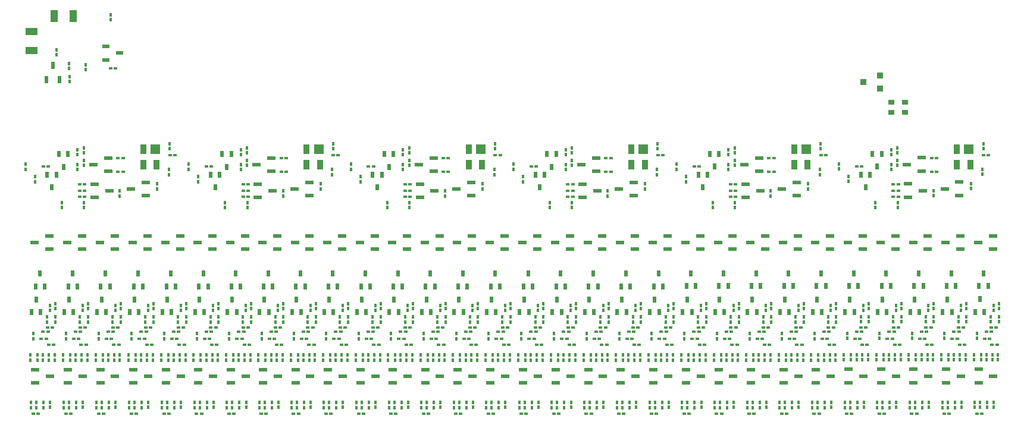
<source format=gtp>
%FSLAX24Y24*%
%MOIN*%
G70*
G01*
G75*
G04 Layer_Color=8421504*
%ADD10R,0.0669X0.0433*%
%ADD11R,0.0433X0.0669*%
%ADD12R,0.0354X0.0276*%
%ADD13R,0.0118X0.0197*%
%ADD14R,0.0394X0.0236*%
%ADD15R,0.0197X0.0118*%
%ADD16R,0.0197X0.0354*%
%ADD17R,0.0512X0.0236*%
%ADD18R,0.0354X0.0532*%
%ADD19R,0.0532X0.0532*%
%ADD20R,0.0236X0.0394*%
%ADD21R,0.0374X0.0354*%
%ADD22R,0.0374X0.0354*%
%ADD23C,0.0070*%
%ADD24C,0.0050*%
%ADD25C,0.0051*%
%ADD26C,0.0620*%
%ADD27R,0.0620X0.0620*%
%ADD28C,0.0400*%
%ADD29C,0.1811*%
%ADD30C,0.0500*%
%ADD31C,0.0400*%
%ADD32C,0.0794*%
G04:AMPARAMS|DCode=33|XSize=99.37mil|YSize=99.37mil|CornerRadius=0mil|HoleSize=0mil|Usage=FLASHONLY|Rotation=0.000|XOffset=0mil|YOffset=0mil|HoleType=Round|Shape=Relief|Width=10mil|Gap=10mil|Entries=4|*
%AMTHD33*
7,0,0,0.0994,0.0794,0.0100,45*
%
%ADD33THD33*%
%ADD34C,0.0597*%
%ADD35C,0.1502*%
G04:AMPARAMS|DCode=36|XSize=88mil|YSize=88mil|CornerRadius=0mil|HoleSize=0mil|Usage=FLASHONLY|Rotation=0.000|XOffset=0mil|YOffset=0mil|HoleType=Round|Shape=Relief|Width=10mil|Gap=10mil|Entries=4|*
%AMTHD36*
7,0,0,0.0880,0.0680,0.0100,45*
%
%ADD36THD36*%
%ADD37C,0.0680*%
%ADD38C,0.0150*%
%ADD39C,0.0098*%
%ADD40C,0.0100*%
%ADD41C,0.0079*%
%ADD42C,0.0080*%
%ADD43C,0.0059*%
D10*
X13000Y34132D02*
D03*
Y33068D02*
D03*
D11*
X15331Y35000D02*
D03*
X14268D02*
D03*
D12*
X61910Y30175D02*
D03*
Y29585D02*
D03*
X61160Y29585D02*
D03*
Y30175D02*
D03*
D13*
X58230Y26693D02*
D03*
X49120Y26689D02*
D03*
X39990Y26688D02*
D03*
X30880D02*
D03*
X21800D02*
D03*
X12650D02*
D03*
X15140Y31608D02*
D03*
Y31332D02*
D03*
X16040Y31982D02*
D03*
Y32258D02*
D03*
X17440Y34782D02*
D03*
Y35058D02*
D03*
X57200Y27563D02*
D03*
Y27839D02*
D03*
X48070Y27562D02*
D03*
Y27838D02*
D03*
X38960Y27562D02*
D03*
Y27838D02*
D03*
X33800Y27232D02*
D03*
X29880Y27562D02*
D03*
Y27838D02*
D03*
X15570Y27232D02*
D03*
X24720D02*
D03*
X42910D02*
D03*
X20730Y27562D02*
D03*
Y27838D02*
D03*
X52040Y27233D02*
D03*
X62540Y15991D02*
D03*
Y15716D02*
D03*
X54400Y24913D02*
D03*
X63510Y24918D02*
D03*
X58900Y15991D02*
D03*
Y15716D02*
D03*
X46130Y15986D02*
D03*
Y15710D02*
D03*
X57070Y15987D02*
D03*
Y15711D02*
D03*
X51610Y15987D02*
D03*
Y15711D02*
D03*
X42840Y13040D02*
D03*
Y13316D02*
D03*
X53430Y15987D02*
D03*
Y15711D02*
D03*
X13180Y25712D02*
D03*
X44310Y15986D02*
D03*
Y15710D02*
D03*
X52040Y26383D02*
D03*
Y26659D02*
D03*
X60720Y15991D02*
D03*
Y15716D02*
D03*
X49790Y15987D02*
D03*
Y15711D02*
D03*
X33360Y15986D02*
D03*
Y15710D02*
D03*
X18820Y15986D02*
D03*
Y15710D02*
D03*
X44660Y13040D02*
D03*
Y13316D02*
D03*
X29720Y15986D02*
D03*
Y15710D02*
D03*
X40660Y15986D02*
D03*
Y15710D02*
D03*
X67180Y18868D02*
D03*
Y18592D02*
D03*
X35820Y15710D02*
D03*
Y15986D02*
D03*
X16980D02*
D03*
Y15710D02*
D03*
X22470Y15986D02*
D03*
Y15710D02*
D03*
X26100Y15986D02*
D03*
Y15710D02*
D03*
X15150Y15986D02*
D03*
Y15710D02*
D03*
X20650Y15986D02*
D03*
Y15710D02*
D03*
X15100Y13040D02*
D03*
Y13316D02*
D03*
X13320Y15986D02*
D03*
Y15710D02*
D03*
X32190D02*
D03*
Y15986D02*
D03*
X44950Y15710D02*
D03*
Y15986D02*
D03*
X15920Y27332D02*
D03*
X66900Y13342D02*
D03*
Y13067D02*
D03*
X63260Y13338D02*
D03*
Y13062D02*
D03*
X38820Y15986D02*
D03*
Y15710D02*
D03*
X55250Y15987D02*
D03*
Y15711D02*
D03*
X27910Y15986D02*
D03*
Y15710D02*
D03*
X45270D02*
D03*
Y15986D02*
D03*
X52570Y15711D02*
D03*
Y15987D02*
D03*
X26450Y13040D02*
D03*
Y13316D02*
D03*
X28260Y13040D02*
D03*
Y13316D02*
D03*
X59250Y13046D02*
D03*
Y13321D02*
D03*
X25250Y15710D02*
D03*
Y15986D02*
D03*
X43960Y13040D02*
D03*
Y13316D02*
D03*
X14800Y13040D02*
D03*
Y13316D02*
D03*
X12970Y13040D02*
D03*
Y13316D02*
D03*
X61070Y13046D02*
D03*
Y13321D02*
D03*
X64710Y13046D02*
D03*
Y13321D02*
D03*
X19780Y15710D02*
D03*
Y15986D02*
D03*
X16580Y15710D02*
D03*
Y15986D02*
D03*
X36140Y15710D02*
D03*
Y15986D02*
D03*
X64010Y13046D02*
D03*
Y13321D02*
D03*
X15570Y26382D02*
D03*
Y26658D02*
D03*
X33800Y26382D02*
D03*
Y26658D02*
D03*
X27510Y15710D02*
D03*
Y15986D02*
D03*
X24720Y26382D02*
D03*
Y26658D02*
D03*
X42910Y26382D02*
D03*
Y26658D02*
D03*
X24290Y15986D02*
D03*
Y15710D02*
D03*
X48600D02*
D03*
Y15986D02*
D03*
X46770Y15710D02*
D03*
Y15986D02*
D03*
X52250Y15711D02*
D03*
Y15987D02*
D03*
X61510Y24268D02*
D03*
Y24543D02*
D03*
X20030Y25312D02*
D03*
Y25588D02*
D03*
X48020Y26388D02*
D03*
X29180Y25312D02*
D03*
Y25588D02*
D03*
X38910Y26388D02*
D03*
X38260Y25312D02*
D03*
Y25588D02*
D03*
X47370Y25312D02*
D03*
Y25588D02*
D03*
X65610Y25318D02*
D03*
Y25594D02*
D03*
X12650Y26412D02*
D03*
X56500Y25313D02*
D03*
Y25589D02*
D03*
X21800Y26412D02*
D03*
X57150Y26389D02*
D03*
X39990Y26412D02*
D03*
X66260Y26393D02*
D03*
X30880Y26412D02*
D03*
X49120Y26413D02*
D03*
X17930Y24912D02*
D03*
X27080D02*
D03*
X36160D02*
D03*
X45270D02*
D03*
X48920Y15710D02*
D03*
Y15986D02*
D03*
X33670Y15710D02*
D03*
Y15986D02*
D03*
X50750Y15711D02*
D03*
Y15987D02*
D03*
X59210Y15716D02*
D03*
Y15991D02*
D03*
X25290Y18118D02*
D03*
X41620Y15710D02*
D03*
Y15986D02*
D03*
X14320Y18118D02*
D03*
X32250Y18768D02*
D03*
X28610D02*
D03*
X26800D02*
D03*
X35880D02*
D03*
X61360Y15716D02*
D03*
Y15991D02*
D03*
X47130Y18118D02*
D03*
X37700Y18768D02*
D03*
X63180Y15716D02*
D03*
Y15991D02*
D03*
X41360Y18768D02*
D03*
X55560Y15711D02*
D03*
Y15987D02*
D03*
X57380Y15711D02*
D03*
Y15987D02*
D03*
X35490Y15710D02*
D03*
Y15986D02*
D03*
X65000Y15716D02*
D03*
Y15991D02*
D03*
X61720Y18864D02*
D03*
Y18588D02*
D03*
X45310Y18118D02*
D03*
X41660D02*
D03*
X39820D02*
D03*
X43490D02*
D03*
X38000D02*
D03*
X36180D02*
D03*
X34360D02*
D03*
X32550D02*
D03*
X28910D02*
D03*
X30720D02*
D03*
X55600Y13041D02*
D03*
Y13317D02*
D03*
X13960Y15710D02*
D03*
Y15986D02*
D03*
X62140Y15716D02*
D03*
Y15991D02*
D03*
X50430Y15711D02*
D03*
Y15987D02*
D03*
X14750Y15710D02*
D03*
Y15986D02*
D03*
X29320Y15710D02*
D03*
Y15986D02*
D03*
X39170Y13040D02*
D03*
Y13316D02*
D03*
X29670Y13040D02*
D03*
Y13316D02*
D03*
X60670Y13046D02*
D03*
Y13321D02*
D03*
X25880Y16912D02*
D03*
Y17188D02*
D03*
X37350Y13040D02*
D03*
Y13316D02*
D03*
X23110Y15710D02*
D03*
Y15986D02*
D03*
X22070Y15710D02*
D03*
Y15986D02*
D03*
X25700Y15710D02*
D03*
Y15986D02*
D03*
X51390Y16913D02*
D03*
Y17189D02*
D03*
X48310Y13040D02*
D03*
Y13316D02*
D03*
X66530Y13050D02*
D03*
Y13326D02*
D03*
X13100Y16912D02*
D03*
Y17188D02*
D03*
X55030Y16913D02*
D03*
Y17189D02*
D03*
X47130Y18858D02*
D03*
Y18582D02*
D03*
X62490Y13046D02*
D03*
Y13321D02*
D03*
X35130Y13040D02*
D03*
Y13316D02*
D03*
X32960Y15710D02*
D03*
Y15986D02*
D03*
X16630Y13040D02*
D03*
Y13316D02*
D03*
X15930Y24262D02*
D03*
Y24538D02*
D03*
X18770Y13040D02*
D03*
Y13316D02*
D03*
X16760Y16912D02*
D03*
Y17188D02*
D03*
X22250Y16912D02*
D03*
Y17188D02*
D03*
X18600Y16912D02*
D03*
Y17188D02*
D03*
X20430Y16912D02*
D03*
Y17188D02*
D03*
X16930Y13040D02*
D03*
Y13316D02*
D03*
X24070Y16912D02*
D03*
Y17188D02*
D03*
X29500Y16912D02*
D03*
Y17188D02*
D03*
X27690Y16912D02*
D03*
Y17188D02*
D03*
X34960Y16912D02*
D03*
Y17188D02*
D03*
X20250Y15710D02*
D03*
Y15986D02*
D03*
X31550D02*
D03*
Y15710D02*
D03*
X62890Y13046D02*
D03*
Y13321D02*
D03*
X41660Y18858D02*
D03*
Y18582D02*
D03*
X63960Y15716D02*
D03*
Y15991D02*
D03*
X21290Y15710D02*
D03*
Y15986D02*
D03*
X24240Y13040D02*
D03*
Y13316D02*
D03*
X22420Y13040D02*
D03*
Y13316D02*
D03*
X20600Y13040D02*
D03*
Y13316D02*
D03*
X31150Y15710D02*
D03*
Y15986D02*
D03*
X58850Y13046D02*
D03*
Y13321D02*
D03*
X54850Y15711D02*
D03*
Y15987D02*
D03*
X38600Y16912D02*
D03*
Y17188D02*
D03*
X17620Y15710D02*
D03*
Y15986D02*
D03*
X14930Y16912D02*
D03*
Y17188D02*
D03*
X59900Y18864D02*
D03*
Y18588D02*
D03*
X65360Y18864D02*
D03*
Y18588D02*
D03*
X43490Y18858D02*
D03*
Y18582D02*
D03*
X45310Y18858D02*
D03*
Y18582D02*
D03*
X48960Y18858D02*
D03*
Y18582D02*
D03*
X50790Y18859D02*
D03*
Y18583D02*
D03*
X56250Y18859D02*
D03*
Y18583D02*
D03*
X52610Y18859D02*
D03*
Y18583D02*
D03*
X54430Y18859D02*
D03*
Y18583D02*
D03*
X58070Y18859D02*
D03*
Y18583D02*
D03*
X31500Y13040D02*
D03*
Y13316D02*
D03*
X13270Y13040D02*
D03*
Y13316D02*
D03*
X49390Y15711D02*
D03*
Y15987D02*
D03*
X26740Y15710D02*
D03*
Y15986D02*
D03*
X36780Y16912D02*
D03*
Y17188D02*
D03*
X28550Y15710D02*
D03*
Y15986D02*
D03*
X42440Y13040D02*
D03*
Y13316D02*
D03*
X34780Y15710D02*
D03*
Y15986D02*
D03*
X38770Y13040D02*
D03*
Y13316D02*
D03*
X44260Y13040D02*
D03*
Y13316D02*
D03*
X49740Y13041D02*
D03*
Y13317D02*
D03*
X46080Y13040D02*
D03*
Y13316D02*
D03*
X47910Y13040D02*
D03*
Y13316D02*
D03*
X51560Y13041D02*
D03*
Y13317D02*
D03*
X57020Y13041D02*
D03*
Y13317D02*
D03*
X53380Y13041D02*
D03*
Y13317D02*
D03*
X55200Y13041D02*
D03*
Y13317D02*
D03*
X64310Y13046D02*
D03*
Y13321D02*
D03*
X33310Y13040D02*
D03*
Y13316D02*
D03*
X36600Y15710D02*
D03*
Y15986D02*
D03*
X40610Y13040D02*
D03*
Y13316D02*
D03*
X66130Y13050D02*
D03*
Y13326D02*
D03*
X38420Y15710D02*
D03*
Y15986D02*
D03*
X40260Y15710D02*
D03*
Y15986D02*
D03*
X42090Y15710D02*
D03*
Y15986D02*
D03*
X41300Y15710D02*
D03*
Y15986D02*
D03*
X43910Y15710D02*
D03*
Y15986D02*
D03*
X43130Y15710D02*
D03*
Y15986D02*
D03*
X45730Y15710D02*
D03*
Y15986D02*
D03*
X46480Y13040D02*
D03*
Y13316D02*
D03*
X51210Y15711D02*
D03*
Y15987D02*
D03*
X15790Y15710D02*
D03*
Y15986D02*
D03*
X53210Y16913D02*
D03*
Y17189D02*
D03*
X40440Y16912D02*
D03*
Y17188D02*
D03*
X37640Y15710D02*
D03*
Y15986D02*
D03*
X18420Y15710D02*
D03*
Y15986D02*
D03*
X42270Y16912D02*
D03*
Y17188D02*
D03*
X44090Y16912D02*
D03*
Y17188D02*
D03*
X49570Y16913D02*
D03*
Y17189D02*
D03*
X36950Y13040D02*
D03*
Y13316D02*
D03*
X45910Y16912D02*
D03*
Y17188D02*
D03*
X47740Y16912D02*
D03*
Y17188D02*
D03*
X39460Y15710D02*
D03*
Y15986D02*
D03*
X53030Y15711D02*
D03*
Y15987D02*
D03*
X19460Y15710D02*
D03*
Y15986D02*
D03*
X24930Y15710D02*
D03*
Y15986D02*
D03*
X31900Y13040D02*
D03*
Y13316D02*
D03*
X35530Y13040D02*
D03*
Y13316D02*
D03*
X52330Y13333D02*
D03*
Y13058D02*
D03*
X33710Y13040D02*
D03*
Y13316D02*
D03*
X30070Y13040D02*
D03*
Y13316D02*
D03*
X41010Y13040D02*
D03*
Y13316D02*
D03*
X57790Y13333D02*
D03*
Y13058D02*
D03*
X59620Y13338D02*
D03*
Y13062D02*
D03*
X61440Y13338D02*
D03*
Y13062D02*
D03*
X55970Y13333D02*
D03*
Y13058D02*
D03*
X23470Y18118D02*
D03*
X23430Y15710D02*
D03*
Y15986D02*
D03*
X57420Y13041D02*
D03*
Y13317D02*
D03*
X39130Y15710D02*
D03*
Y15986D02*
D03*
X58760Y25718D02*
D03*
X21000Y13040D02*
D03*
Y13316D02*
D03*
X54130Y18769D02*
D03*
X15500Y13040D02*
D03*
Y13316D02*
D03*
X15460Y15710D02*
D03*
Y15986D02*
D03*
X16110Y15710D02*
D03*
Y15986D02*
D03*
X33910Y17842D02*
D03*
Y18118D02*
D03*
X30030Y15710D02*
D03*
Y15986D02*
D03*
X19170Y13040D02*
D03*
Y13316D02*
D03*
X18470Y13040D02*
D03*
Y13316D02*
D03*
X28870Y15710D02*
D03*
Y15986D02*
D03*
X51960Y13041D02*
D03*
Y13317D02*
D03*
X53780Y13041D02*
D03*
Y13317D02*
D03*
X17330Y13040D02*
D03*
Y13316D02*
D03*
X43260Y27332D02*
D03*
X62320Y16918D02*
D03*
Y17193D02*
D03*
X53740Y15711D02*
D03*
Y15987D02*
D03*
X19520Y18768D02*
D03*
X25290Y18858D02*
D03*
Y18582D02*
D03*
X32510Y15710D02*
D03*
Y15986D02*
D03*
X37000D02*
D03*
Y15710D02*
D03*
X20300Y13040D02*
D03*
Y13316D02*
D03*
X34150Y26632D02*
D03*
Y26908D02*
D03*
X52390Y26633D02*
D03*
Y26909D02*
D03*
X16150Y18858D02*
D03*
Y18582D02*
D03*
X19820Y18858D02*
D03*
Y18582D02*
D03*
X50140Y13041D02*
D03*
Y13317D02*
D03*
X55950Y18769D02*
D03*
X27100Y18858D02*
D03*
Y18582D02*
D03*
X51150Y24539D02*
D03*
Y24263D02*
D03*
X50790Y18119D02*
D03*
X65960Y16922D02*
D03*
Y17198D02*
D03*
X47090Y15710D02*
D03*
Y15986D02*
D03*
X14320Y18858D02*
D03*
Y18582D02*
D03*
X65320Y15716D02*
D03*
Y15991D02*
D03*
X23470Y18858D02*
D03*
Y18582D02*
D03*
X17680Y18768D02*
D03*
X34360Y18858D02*
D03*
Y18582D02*
D03*
X32550Y18858D02*
D03*
Y18582D02*
D03*
X17980Y18118D02*
D03*
X19820D02*
D03*
X57770Y18769D02*
D03*
X59600Y18773D02*
D03*
X65060D02*
D03*
X61420D02*
D03*
X63240D02*
D03*
X66880Y18778D02*
D03*
X14680Y24538D02*
D03*
Y24262D02*
D03*
X42800Y15710D02*
D03*
Y15986D02*
D03*
X23830Y24538D02*
D03*
Y24262D02*
D03*
X32910Y24538D02*
D03*
Y24262D02*
D03*
X37960Y15710D02*
D03*
Y15986D02*
D03*
X36180Y18858D02*
D03*
Y18582D02*
D03*
X63540Y18864D02*
D03*
Y18588D02*
D03*
X55890Y15711D02*
D03*
Y15987D02*
D03*
X59540Y15716D02*
D03*
Y15991D02*
D03*
X34000Y15710D02*
D03*
Y15986D02*
D03*
X14040Y13332D02*
D03*
Y13056D02*
D03*
X14280Y15710D02*
D03*
Y15986D02*
D03*
X27060Y15710D02*
D03*
Y15986D02*
D03*
X65830Y13050D02*
D03*
Y13326D02*
D03*
X38470Y13040D02*
D03*
Y13316D02*
D03*
X42140Y13040D02*
D03*
Y13316D02*
D03*
X40310Y13040D02*
D03*
Y13316D02*
D03*
X36650Y13040D02*
D03*
Y13316D02*
D03*
X31200Y13040D02*
D03*
Y13316D02*
D03*
X34830Y13040D02*
D03*
Y13316D02*
D03*
X33010Y13040D02*
D03*
Y13316D02*
D03*
X29370Y13040D02*
D03*
Y13316D02*
D03*
X23940Y13040D02*
D03*
Y13316D02*
D03*
X27560Y13040D02*
D03*
Y13316D02*
D03*
X25750Y13040D02*
D03*
Y13316D02*
D03*
X13670Y13040D02*
D03*
Y13316D02*
D03*
X17940Y15710D02*
D03*
Y15986D02*
D03*
X22120Y13040D02*
D03*
Y13316D02*
D03*
X65080Y13338D02*
D03*
Y13062D02*
D03*
X34320Y15710D02*
D03*
Y15986D02*
D03*
X19370Y17842D02*
D03*
Y18118D02*
D03*
X32100Y17842D02*
D03*
Y18118D02*
D03*
X35730Y17842D02*
D03*
Y18118D02*
D03*
X30270Y17842D02*
D03*
Y18118D02*
D03*
X17530Y17842D02*
D03*
Y18118D02*
D03*
X21200Y17842D02*
D03*
Y18118D02*
D03*
X66490Y15720D02*
D03*
Y15996D02*
D03*
X17980Y18858D02*
D03*
Y18582D02*
D03*
X66820Y15720D02*
D03*
Y15996D02*
D03*
X37550Y17842D02*
D03*
Y18118D02*
D03*
X44860Y17842D02*
D03*
Y18118D02*
D03*
X15700Y17842D02*
D03*
Y18118D02*
D03*
X31860Y15710D02*
D03*
Y15986D02*
D03*
X61030Y15716D02*
D03*
Y15991D02*
D03*
X40970Y15710D02*
D03*
Y15986D02*
D03*
X21650Y18118D02*
D03*
X23170Y18768D02*
D03*
X37310Y15710D02*
D03*
Y15986D02*
D03*
X54070Y15711D02*
D03*
Y15987D02*
D03*
X27100Y18118D02*
D03*
X57710Y15711D02*
D03*
Y15987D02*
D03*
X22330Y25712D02*
D03*
X61500Y27338D02*
D03*
X52390Y27333D02*
D03*
X63500Y15716D02*
D03*
Y15991D02*
D03*
X42490Y15986D02*
D03*
Y15710D02*
D03*
X21650Y18858D02*
D03*
Y18582D02*
D03*
X15850Y18768D02*
D03*
X61500Y26638D02*
D03*
Y26913D02*
D03*
X32270Y13332D02*
D03*
Y13056D02*
D03*
X28630Y13332D02*
D03*
Y13056D02*
D03*
X26820Y13332D02*
D03*
Y13056D02*
D03*
X30440Y13332D02*
D03*
Y13056D02*
D03*
X23190Y13332D02*
D03*
Y13056D02*
D03*
X25010Y13332D02*
D03*
Y13056D02*
D03*
X19540Y13332D02*
D03*
Y13056D02*
D03*
X21370Y13332D02*
D03*
Y13056D02*
D03*
X17700Y13332D02*
D03*
Y13056D02*
D03*
X15870Y13332D02*
D03*
Y13056D02*
D03*
X30360Y15710D02*
D03*
Y15986D02*
D03*
X39820Y18858D02*
D03*
Y18582D02*
D03*
X64910Y17848D02*
D03*
Y18124D02*
D03*
X48660Y18768D02*
D03*
X43450Y15710D02*
D03*
Y15986D02*
D03*
X63090Y17848D02*
D03*
Y18124D02*
D03*
X66730Y17852D02*
D03*
Y18128D02*
D03*
X59450Y17848D02*
D03*
Y18124D02*
D03*
X61270Y17848D02*
D03*
Y18124D02*
D03*
X57620Y17843D02*
D03*
Y18119D02*
D03*
X42020Y24538D02*
D03*
Y24262D02*
D03*
X60260Y24543D02*
D03*
Y24268D02*
D03*
X20680Y26388D02*
D03*
X43260Y26632D02*
D03*
Y26908D02*
D03*
X29830Y26388D02*
D03*
X25070Y26632D02*
D03*
Y26908D02*
D03*
X45010Y18768D02*
D03*
X46830D02*
D03*
X55800Y17843D02*
D03*
Y18119D02*
D03*
X53980Y17843D02*
D03*
Y18119D02*
D03*
X50340Y17843D02*
D03*
Y18119D02*
D03*
X46680Y17842D02*
D03*
Y18118D02*
D03*
X48510Y17842D02*
D03*
Y18118D02*
D03*
X52160Y17843D02*
D03*
Y18119D02*
D03*
X39370Y17842D02*
D03*
Y18118D02*
D03*
X41210Y17842D02*
D03*
Y18118D02*
D03*
X43040Y17842D02*
D03*
Y18118D02*
D03*
X13870Y17842D02*
D03*
Y18118D02*
D03*
X64670Y15716D02*
D03*
Y15991D02*
D03*
X62850Y15716D02*
D03*
Y15991D02*
D03*
X31330Y16912D02*
D03*
Y17188D02*
D03*
X58680Y16918D02*
D03*
Y17193D02*
D03*
X60500Y16918D02*
D03*
Y17193D02*
D03*
X34150Y27332D02*
D03*
X49650Y25713D02*
D03*
X52610Y18119D02*
D03*
X58070D02*
D03*
X54430D02*
D03*
X56250D02*
D03*
X59900Y18124D02*
D03*
X65360D02*
D03*
X61720D02*
D03*
X63540D02*
D03*
X67180Y18128D02*
D03*
X16150Y18118D02*
D03*
X14020Y18768D02*
D03*
X21350D02*
D03*
X15920Y26632D02*
D03*
Y26908D02*
D03*
X24990Y18768D02*
D03*
X28910Y18858D02*
D03*
Y18582D02*
D03*
X30720Y18858D02*
D03*
Y18582D02*
D03*
X30420Y18768D02*
D03*
X34060D02*
D03*
X50490Y18769D02*
D03*
X51920Y15711D02*
D03*
Y15987D02*
D03*
X67140Y15720D02*
D03*
Y15996D02*
D03*
X44620Y15710D02*
D03*
Y15986D02*
D03*
X48270Y15710D02*
D03*
Y15986D02*
D03*
X58030Y15711D02*
D03*
Y15987D02*
D03*
X26650Y17842D02*
D03*
Y18118D02*
D03*
X46440Y15710D02*
D03*
Y15986D02*
D03*
X54150Y13333D02*
D03*
Y13058D02*
D03*
X50510Y13333D02*
D03*
Y13058D02*
D03*
X45030Y13332D02*
D03*
Y13056D02*
D03*
X43210Y13332D02*
D03*
Y13056D02*
D03*
X46850Y13332D02*
D03*
Y13056D02*
D03*
X38000Y18858D02*
D03*
Y18582D02*
D03*
X52310Y18769D02*
D03*
X43190Y18768D02*
D03*
X24840Y17842D02*
D03*
Y18118D02*
D03*
X64140Y16918D02*
D03*
Y17193D02*
D03*
X33140Y16912D02*
D03*
Y17188D02*
D03*
X56850Y16913D02*
D03*
Y17189D02*
D03*
X24640Y13040D02*
D03*
Y13316D02*
D03*
X56210Y15711D02*
D03*
Y15987D02*
D03*
X23020Y17842D02*
D03*
Y18118D02*
D03*
X39780Y15710D02*
D03*
Y15986D02*
D03*
X39520Y18768D02*
D03*
X48960Y18118D02*
D03*
X48680Y13332D02*
D03*
Y13056D02*
D03*
X41380Y13332D02*
D03*
Y13056D02*
D03*
X35900Y13332D02*
D03*
Y13056D02*
D03*
X39540Y13332D02*
D03*
Y13056D02*
D03*
X34080Y13332D02*
D03*
Y13056D02*
D03*
X37720Y13332D02*
D03*
Y13056D02*
D03*
X40520Y25712D02*
D03*
X31410D02*
D03*
X35180Y15986D02*
D03*
Y15710D02*
D03*
X54390Y15711D02*
D03*
Y15987D02*
D03*
X28460Y17842D02*
D03*
Y18118D02*
D03*
X50100Y15711D02*
D03*
Y15987D02*
D03*
X61680Y15716D02*
D03*
Y15991D02*
D03*
X59860Y15716D02*
D03*
Y15991D02*
D03*
X13630Y15710D02*
D03*
Y15986D02*
D03*
X47960D02*
D03*
Y15710D02*
D03*
X64360Y15991D02*
D03*
Y15716D02*
D03*
X25070Y27332D02*
D03*
X17290Y15710D02*
D03*
Y15986D02*
D03*
X19130Y15710D02*
D03*
Y15986D02*
D03*
X20960Y15710D02*
D03*
Y15986D02*
D03*
X28220Y15710D02*
D03*
Y15986D02*
D03*
X24600Y15710D02*
D03*
Y15986D02*
D03*
X22780Y15710D02*
D03*
Y15986D02*
D03*
X26410Y15710D02*
D03*
Y15986D02*
D03*
X22820Y13040D02*
D03*
Y13316D02*
D03*
X47560Y15710D02*
D03*
Y15986D02*
D03*
X12920Y15710D02*
D03*
Y15986D02*
D03*
X60320Y15716D02*
D03*
Y15991D02*
D03*
X52400Y24263D02*
D03*
Y24539D02*
D03*
X43270Y24262D02*
D03*
Y24538D02*
D03*
X27860Y13040D02*
D03*
Y13316D02*
D03*
X58500Y15716D02*
D03*
Y15991D02*
D03*
X25080Y24262D02*
D03*
Y24538D02*
D03*
X34160Y24262D02*
D03*
Y24538D02*
D03*
X26050Y13040D02*
D03*
Y13316D02*
D03*
X56670Y15711D02*
D03*
Y15987D02*
D03*
X45780Y13040D02*
D03*
Y13316D02*
D03*
X47610Y13040D02*
D03*
Y13316D02*
D03*
X30680Y15710D02*
D03*
Y15986D02*
D03*
X21610Y15710D02*
D03*
Y15986D02*
D03*
X23890Y15710D02*
D03*
Y15986D02*
D03*
X49440Y13041D02*
D03*
Y13317D02*
D03*
X56720Y13041D02*
D03*
Y13317D02*
D03*
X62190Y13046D02*
D03*
Y13321D02*
D03*
X60370Y13046D02*
D03*
Y13321D02*
D03*
X58550Y13046D02*
D03*
Y13321D02*
D03*
X54900Y13041D02*
D03*
Y13317D02*
D03*
X53080Y13041D02*
D03*
Y13317D02*
D03*
X51260Y13041D02*
D03*
Y13317D02*
D03*
X66310Y27568D02*
D03*
Y27843D02*
D03*
X61150Y27238D02*
D03*
Y26388D02*
D03*
Y26663D02*
D03*
X66180Y15996D02*
D03*
Y15720D02*
D03*
X14390Y33108D02*
D03*
Y32832D02*
D03*
X65780Y15720D02*
D03*
Y15996D02*
D03*
X58230Y26418D02*
D03*
X20680Y26112D02*
D03*
X29830D02*
D03*
X38910D02*
D03*
X48020D02*
D03*
X57150Y26113D02*
D03*
X66260Y26118D02*
D03*
X17930Y25188D02*
D03*
X27080D02*
D03*
X36160D02*
D03*
X45270D02*
D03*
X54400Y25189D02*
D03*
X63510Y25194D02*
D03*
X15920Y27608D02*
D03*
X25070D02*
D03*
X34150D02*
D03*
X43260D02*
D03*
X52390Y27609D02*
D03*
X61500Y27613D02*
D03*
X13180Y25988D02*
D03*
X22330D02*
D03*
X31410D02*
D03*
X40520D02*
D03*
X49650Y25989D02*
D03*
X58760Y25993D02*
D03*
X15570Y27508D02*
D03*
X24720D02*
D03*
X33800D02*
D03*
X42910D02*
D03*
X52040Y27509D02*
D03*
X61150Y27513D02*
D03*
X25290Y17842D02*
D03*
X14320D02*
D03*
X32250Y18492D02*
D03*
X28610D02*
D03*
X26800D02*
D03*
X35880D02*
D03*
X47130Y17842D02*
D03*
X37700Y18492D02*
D03*
X41360D02*
D03*
X45310Y17842D02*
D03*
X41660D02*
D03*
X39820D02*
D03*
X43490D02*
D03*
X38000D02*
D03*
X36180D02*
D03*
X34360D02*
D03*
X32550D02*
D03*
X28910D02*
D03*
X30720D02*
D03*
X23470D02*
D03*
X54130Y18493D02*
D03*
X19520Y18492D02*
D03*
X55950Y18493D02*
D03*
X50790Y17843D02*
D03*
X17680Y18492D02*
D03*
X17980Y17842D02*
D03*
X19820D02*
D03*
X57770Y18493D02*
D03*
X59600Y18498D02*
D03*
X65060D02*
D03*
X61420D02*
D03*
X63240D02*
D03*
X66880Y18502D02*
D03*
X21650Y17842D02*
D03*
X23170Y18492D02*
D03*
X27100Y17842D02*
D03*
X15850Y18492D02*
D03*
X48660D02*
D03*
X45010D02*
D03*
X46830D02*
D03*
X52610Y17843D02*
D03*
X58070D02*
D03*
X54430D02*
D03*
X56250D02*
D03*
X59900Y17848D02*
D03*
X65360D02*
D03*
X61720D02*
D03*
X63540D02*
D03*
X67180Y17852D02*
D03*
X16150Y17842D02*
D03*
X14020Y18492D02*
D03*
X21350D02*
D03*
X24990D02*
D03*
X30420D02*
D03*
X34060D02*
D03*
X50490Y18493D02*
D03*
X52310D02*
D03*
X43190Y18492D02*
D03*
X39520D02*
D03*
X48960Y17842D02*
D03*
X15100Y32338D02*
D03*
Y32062D02*
D03*
D14*
X17934Y32920D02*
D03*
X17146Y32546D02*
D03*
Y33294D02*
D03*
D15*
X15692Y25200D02*
D03*
X15968D02*
D03*
X13882Y17530D02*
D03*
X27948Y12690D02*
D03*
X27672D02*
D03*
X43032Y24850D02*
D03*
X43308D02*
D03*
X24852Y17530D02*
D03*
X19382D02*
D03*
X23032D02*
D03*
X21212D02*
D03*
X17542D02*
D03*
X15712D02*
D03*
X26662D02*
D03*
X33398Y12690D02*
D03*
X33122D02*
D03*
X63440Y16556D02*
D03*
X61620D02*
D03*
X67080Y16560D02*
D03*
X65260Y16556D02*
D03*
X59800D02*
D03*
X56150Y16551D02*
D03*
X57970D02*
D03*
X50690D02*
D03*
X52510D02*
D03*
X47030Y16550D02*
D03*
X54330Y16551D02*
D03*
X48860Y16550D02*
D03*
X41560D02*
D03*
X45210D02*
D03*
X37900D02*
D03*
X39720D02*
D03*
X43390D02*
D03*
X51648Y12691D02*
D03*
X51372D02*
D03*
X32450Y16550D02*
D03*
X34260D02*
D03*
X28810D02*
D03*
X36080D02*
D03*
X30620D02*
D03*
X27000D02*
D03*
X23370D02*
D03*
X25190D02*
D03*
X17880D02*
D03*
X29758Y12690D02*
D03*
X29482D02*
D03*
X21550Y16550D02*
D03*
X16050D02*
D03*
X19720D02*
D03*
X57108Y12691D02*
D03*
X56832D02*
D03*
X58938Y12696D02*
D03*
X58662D02*
D03*
X55288Y12691D02*
D03*
X55012D02*
D03*
X14220Y16550D02*
D03*
X47998Y12690D02*
D03*
X47722D02*
D03*
X53468Y12691D02*
D03*
X53192D02*
D03*
X44348Y12690D02*
D03*
X44072D02*
D03*
X15188D02*
D03*
X14912D02*
D03*
X24328D02*
D03*
X24052D02*
D03*
X49828Y12691D02*
D03*
X49552D02*
D03*
X17018Y12690D02*
D03*
X16742D02*
D03*
X46168D02*
D03*
X45892D02*
D03*
X31588D02*
D03*
X31312D02*
D03*
X22508D02*
D03*
X22232D02*
D03*
X35218D02*
D03*
X34942D02*
D03*
X64398Y12696D02*
D03*
X64122D02*
D03*
X24842Y25200D02*
D03*
X25118D02*
D03*
X57212Y27201D02*
D03*
X57488D02*
D03*
X33922Y24850D02*
D03*
X34198D02*
D03*
X24842D02*
D03*
X25118D02*
D03*
X55562Y17281D02*
D03*
X57382D02*
D03*
X59212Y17286D02*
D03*
X37312Y17280D02*
D03*
X25118Y25550D02*
D03*
X24842D02*
D03*
X34198D02*
D03*
X33922D02*
D03*
X29932Y16900D02*
D03*
X30208D02*
D03*
X61282Y17536D02*
D03*
X46442Y17280D02*
D03*
X53992Y17531D02*
D03*
X52172D02*
D03*
X35392Y16900D02*
D03*
X35668D02*
D03*
X37212D02*
D03*
X37488D02*
D03*
X15968Y25550D02*
D03*
X15692D02*
D03*
X50352Y17531D02*
D03*
X51922Y17281D02*
D03*
X40698Y12690D02*
D03*
X40422D02*
D03*
X26138D02*
D03*
X25862D02*
D03*
X18858D02*
D03*
X18582D02*
D03*
X20688D02*
D03*
X20412D02*
D03*
X66742Y17540D02*
D03*
X35492Y17280D02*
D03*
X48272D02*
D03*
X39132D02*
D03*
X32112Y17530D02*
D03*
X30282D02*
D03*
X42528Y12690D02*
D03*
X42252D02*
D03*
X37038D02*
D03*
X36762D02*
D03*
X33672Y17280D02*
D03*
X28472Y17530D02*
D03*
X57282Y16901D02*
D03*
X57558D02*
D03*
X28222Y17280D02*
D03*
X39032Y16900D02*
D03*
X39308D02*
D03*
X43308Y25550D02*
D03*
X43032D02*
D03*
X30032Y17280D02*
D03*
X42702Y16900D02*
D03*
X42978D02*
D03*
X38858Y12690D02*
D03*
X38582D02*
D03*
X60758Y12696D02*
D03*
X60482D02*
D03*
X48172Y16900D02*
D03*
X48448D02*
D03*
X44522D02*
D03*
X44798D02*
D03*
X46342D02*
D03*
X46618D02*
D03*
X26412Y17280D02*
D03*
X50002Y16901D02*
D03*
X50278D02*
D03*
X55462D02*
D03*
X55738D02*
D03*
X51822D02*
D03*
X52098D02*
D03*
X53642D02*
D03*
X53918D02*
D03*
X64572Y16906D02*
D03*
X64848D02*
D03*
X66392Y16910D02*
D03*
X66668D02*
D03*
X43032Y25200D02*
D03*
X43308D02*
D03*
X33922Y17530D02*
D03*
X52162Y25201D02*
D03*
X52438D02*
D03*
X35742Y17530D02*
D03*
X37562D02*
D03*
X43052D02*
D03*
X33922Y25200D02*
D03*
X34198D02*
D03*
X39382Y17530D02*
D03*
X41222D02*
D03*
X44872D02*
D03*
X46692D02*
D03*
X38972Y27200D02*
D03*
X39248D02*
D03*
X20742D02*
D03*
X21018D02*
D03*
X29892D02*
D03*
X30168D02*
D03*
X62752Y16906D02*
D03*
X63028D02*
D03*
X59112D02*
D03*
X59388D02*
D03*
X60932D02*
D03*
X61208D02*
D03*
X31862Y17280D02*
D03*
X52438Y25551D02*
D03*
X52162D02*
D03*
X13532Y16900D02*
D03*
X13808D02*
D03*
X17192D02*
D03*
X17468D02*
D03*
X19032D02*
D03*
X19308D02*
D03*
X15362D02*
D03*
X15638D02*
D03*
X40972Y17280D02*
D03*
X24602D02*
D03*
X44622D02*
D03*
X50102Y17281D02*
D03*
X61032Y17286D02*
D03*
X53742Y17281D02*
D03*
X64922Y17536D02*
D03*
X63102D02*
D03*
X48082Y27200D02*
D03*
X48358D02*
D03*
X28122Y16900D02*
D03*
X28398D02*
D03*
X59462Y17536D02*
D03*
X66492Y17290D02*
D03*
X62852Y17286D02*
D03*
X64672D02*
D03*
X22682Y16900D02*
D03*
X22958D02*
D03*
X31762D02*
D03*
X32038D02*
D03*
X40872D02*
D03*
X41148D02*
D03*
X33572D02*
D03*
X33848D02*
D03*
X52162Y24851D02*
D03*
X52438D02*
D03*
X26312Y16900D02*
D03*
X26588D02*
D03*
X41258Y26550D02*
D03*
X13358Y12690D02*
D03*
X13082D02*
D03*
X17292Y17280D02*
D03*
X45448Y27020D02*
D03*
X45172D02*
D03*
X36338D02*
D03*
X36062D02*
D03*
X27258D02*
D03*
X26982D02*
D03*
X57632Y17531D02*
D03*
X63688Y27026D02*
D03*
X63412D02*
D03*
X13632Y17280D02*
D03*
X15692Y24850D02*
D03*
X15968D02*
D03*
X55812Y17531D02*
D03*
X22782Y17280D02*
D03*
X54578Y26271D02*
D03*
X54302D02*
D03*
X63688Y26276D02*
D03*
X63412D02*
D03*
X45448Y26270D02*
D03*
X45172D02*
D03*
X20962Y17280D02*
D03*
X27258Y26270D02*
D03*
X26982D02*
D03*
X13918Y26550D02*
D03*
X18108Y27020D02*
D03*
X17832D02*
D03*
X15462Y17280D02*
D03*
X19132D02*
D03*
X32148Y26550D02*
D03*
X23068D02*
D03*
X36338Y26270D02*
D03*
X36062D02*
D03*
X62578Y12696D02*
D03*
X62302D02*
D03*
X54578Y27021D02*
D03*
X54302D02*
D03*
X18108Y26270D02*
D03*
X17832D02*
D03*
X50388Y26551D02*
D03*
X59498Y26556D02*
D03*
X61272Y24856D02*
D03*
X61548D02*
D03*
X66218Y12700D02*
D03*
X65942D02*
D03*
X20862Y16900D02*
D03*
X21138D02*
D03*
X48522Y17530D02*
D03*
X24502Y16900D02*
D03*
X24778D02*
D03*
X42802Y17280D02*
D03*
X61272Y25206D02*
D03*
X61548D02*
D03*
X66322Y27206D02*
D03*
X66598D02*
D03*
X61548Y25556D02*
D03*
X61272D02*
D03*
X13642Y26550D02*
D03*
X22792D02*
D03*
X31872D02*
D03*
X40982D02*
D03*
X50112Y26551D02*
D03*
X59222Y26556D02*
D03*
X14158Y17530D02*
D03*
X25128D02*
D03*
X19658D02*
D03*
X23308D02*
D03*
X21488D02*
D03*
X17818D02*
D03*
X15988D02*
D03*
X26938D02*
D03*
X63164Y16556D02*
D03*
X61344D02*
D03*
X66804Y16560D02*
D03*
X64984Y16556D02*
D03*
X59524D02*
D03*
X55874Y16551D02*
D03*
X57694D02*
D03*
X50414D02*
D03*
X52234D02*
D03*
X46754Y16550D02*
D03*
X54054Y16551D02*
D03*
X48584Y16550D02*
D03*
X41284D02*
D03*
X44934D02*
D03*
X37624D02*
D03*
X39444D02*
D03*
X43114D02*
D03*
X32174D02*
D03*
X33984D02*
D03*
X28534D02*
D03*
X35804D02*
D03*
X30344D02*
D03*
X26724D02*
D03*
X23094D02*
D03*
X24914D02*
D03*
X17604D02*
D03*
X21274D02*
D03*
X15774D02*
D03*
X19444D02*
D03*
X13944D02*
D03*
X55838Y17281D02*
D03*
X57658D02*
D03*
X59488Y17286D02*
D03*
X37588Y17280D02*
D03*
X61558Y17536D02*
D03*
X46718Y17280D02*
D03*
X54268Y17531D02*
D03*
X52448D02*
D03*
X50628D02*
D03*
X52198Y17281D02*
D03*
X67018Y17540D02*
D03*
X35768Y17280D02*
D03*
X48548D02*
D03*
X39408D02*
D03*
X32388Y17530D02*
D03*
X30558D02*
D03*
X33948Y17280D02*
D03*
X28748Y17530D02*
D03*
X28498Y17280D02*
D03*
X30308D02*
D03*
X26688D02*
D03*
X34198Y17530D02*
D03*
X36018D02*
D03*
X37838D02*
D03*
X43328D02*
D03*
X39658D02*
D03*
X41498D02*
D03*
X45148D02*
D03*
X46968D02*
D03*
X32138Y17280D02*
D03*
X41248D02*
D03*
X24878D02*
D03*
X44898D02*
D03*
X50378Y17281D02*
D03*
X61308Y17286D02*
D03*
X54018Y17281D02*
D03*
X65198Y17536D02*
D03*
X63378D02*
D03*
X59738D02*
D03*
X66768Y17290D02*
D03*
X63128Y17286D02*
D03*
X64948D02*
D03*
X17568Y17280D02*
D03*
X57908Y17531D02*
D03*
X13908Y17280D02*
D03*
X56088Y17531D02*
D03*
X23058Y17280D02*
D03*
X21238D02*
D03*
X15738D02*
D03*
X19408D02*
D03*
X48798Y17530D02*
D03*
X43078Y17280D02*
D03*
X17688Y32050D02*
D03*
X17412D02*
D03*
D16*
X54924Y18397D02*
D03*
X55436D02*
D03*
X55180Y19105D02*
D03*
X24186Y27254D02*
D03*
X23674D02*
D03*
X23930Y26546D02*
D03*
X58794Y19851D02*
D03*
X59306D02*
D03*
X59050Y20560D02*
D03*
X55144Y19847D02*
D03*
X55656D02*
D03*
X55400Y20555D02*
D03*
X60614Y19851D02*
D03*
X61126D02*
D03*
X60870Y20560D02*
D03*
X53324Y19847D02*
D03*
X53836D02*
D03*
X53580Y20555D02*
D03*
X56964Y19847D02*
D03*
X57476D02*
D03*
X57220Y20555D02*
D03*
X66074Y19856D02*
D03*
X66586D02*
D03*
X66330Y20564D02*
D03*
X64254Y19851D02*
D03*
X64766D02*
D03*
X64510Y20560D02*
D03*
X62434Y19851D02*
D03*
X62946D02*
D03*
X62690Y20560D02*
D03*
X47854Y19846D02*
D03*
X48366D02*
D03*
X48110Y20554D02*
D03*
X51504Y19847D02*
D03*
X52016D02*
D03*
X51760Y20555D02*
D03*
X46024Y19846D02*
D03*
X46536D02*
D03*
X46280Y20554D02*
D03*
X44204Y19846D02*
D03*
X44716D02*
D03*
X44460Y20554D02*
D03*
X49684Y19847D02*
D03*
X50196D02*
D03*
X49940Y20555D02*
D03*
X15036Y27254D02*
D03*
X14524D02*
D03*
X14780Y26546D02*
D03*
X51506Y27255D02*
D03*
X50994D02*
D03*
X51250Y26547D02*
D03*
X29394Y18396D02*
D03*
X29906D02*
D03*
X29650Y19104D02*
D03*
X34854Y18396D02*
D03*
X35366D02*
D03*
X35110Y19104D02*
D03*
X27584Y18396D02*
D03*
X28096D02*
D03*
X27840Y19104D02*
D03*
X22144Y18396D02*
D03*
X22656D02*
D03*
X22400Y19104D02*
D03*
X25774Y18396D02*
D03*
X26286D02*
D03*
X26030Y19104D02*
D03*
X20324Y18396D02*
D03*
X20836D02*
D03*
X20580Y19104D02*
D03*
X18494Y18396D02*
D03*
X19006D02*
D03*
X18750Y19104D02*
D03*
X16654Y18396D02*
D03*
X17166D02*
D03*
X16910Y19104D02*
D03*
X14824Y18396D02*
D03*
X15336D02*
D03*
X15080Y19104D02*
D03*
X13250D02*
D03*
X13506Y18396D02*
D03*
X12994D02*
D03*
X42384Y19846D02*
D03*
X42896D02*
D03*
X42640Y20554D02*
D03*
X40554Y19846D02*
D03*
X41066D02*
D03*
X40810Y20554D02*
D03*
X43984Y18396D02*
D03*
X44496D02*
D03*
X44240Y19104D02*
D03*
X60394Y18401D02*
D03*
X60906D02*
D03*
X60650Y19110D02*
D03*
X58574Y18401D02*
D03*
X59086D02*
D03*
X58830Y19110D02*
D03*
X56744Y18397D02*
D03*
X57256D02*
D03*
X57000Y19105D02*
D03*
X53104Y18397D02*
D03*
X53616D02*
D03*
X53360Y19105D02*
D03*
X51284Y18397D02*
D03*
X51796D02*
D03*
X51540Y19105D02*
D03*
X31224Y18396D02*
D03*
X31736D02*
D03*
X31480Y19104D02*
D03*
X45804Y18396D02*
D03*
X46316D02*
D03*
X46060Y19104D02*
D03*
X47634Y18396D02*
D03*
X48146D02*
D03*
X47890Y19104D02*
D03*
X49464Y18397D02*
D03*
X49976D02*
D03*
X49720Y19105D02*
D03*
X24184Y19846D02*
D03*
X24696D02*
D03*
X24440Y20554D02*
D03*
X22364Y19846D02*
D03*
X22876D02*
D03*
X22620Y20554D02*
D03*
X16874Y19846D02*
D03*
X17386D02*
D03*
X17130Y20554D02*
D03*
X20544Y19846D02*
D03*
X21056D02*
D03*
X20800Y20554D02*
D03*
X18714Y19846D02*
D03*
X19226D02*
D03*
X18970Y20554D02*
D03*
X15044Y19846D02*
D03*
X15556D02*
D03*
X15300Y20554D02*
D03*
X13214Y19846D02*
D03*
X13726D02*
D03*
X13470Y20554D02*
D03*
X62214Y18401D02*
D03*
X62726D02*
D03*
X62470Y19110D02*
D03*
X65854Y18406D02*
D03*
X66366D02*
D03*
X66110Y19114D02*
D03*
X64034Y18401D02*
D03*
X64546D02*
D03*
X64290Y19110D02*
D03*
X36894Y19846D02*
D03*
X37406D02*
D03*
X37150Y20554D02*
D03*
X60616Y27260D02*
D03*
X60104D02*
D03*
X60360Y26551D02*
D03*
X32616Y26104D02*
D03*
X32104D02*
D03*
X32360Y25396D02*
D03*
X23536Y26104D02*
D03*
X23024D02*
D03*
X23280Y25396D02*
D03*
X41726Y26104D02*
D03*
X41214D02*
D03*
X41470Y25396D02*
D03*
X50856Y26105D02*
D03*
X50344D02*
D03*
X50600Y25397D02*
D03*
X27804Y19846D02*
D03*
X28316D02*
D03*
X28060Y20554D02*
D03*
X33266Y27254D02*
D03*
X32754D02*
D03*
X33010Y26546D02*
D03*
X42376Y27254D02*
D03*
X41864D02*
D03*
X42120Y26546D02*
D03*
X14386Y26104D02*
D03*
X13874D02*
D03*
X14130Y25396D02*
D03*
X33034Y18396D02*
D03*
X33546D02*
D03*
X33290Y19104D02*
D03*
X33254Y19846D02*
D03*
X33766D02*
D03*
X33510Y20554D02*
D03*
X36674Y18396D02*
D03*
X37186D02*
D03*
X36930Y19104D02*
D03*
X38714Y19846D02*
D03*
X39226D02*
D03*
X38970Y20554D02*
D03*
X23964Y18396D02*
D03*
X24476D02*
D03*
X24220Y19104D02*
D03*
X35074Y19846D02*
D03*
X35586D02*
D03*
X35330Y20554D02*
D03*
X31444Y19846D02*
D03*
X31956D02*
D03*
X31700Y20554D02*
D03*
X38494Y18396D02*
D03*
X39006D02*
D03*
X38750Y19104D02*
D03*
X40334Y18396D02*
D03*
X40846D02*
D03*
X40590Y19104D02*
D03*
X29614Y19846D02*
D03*
X30126D02*
D03*
X29870Y20554D02*
D03*
X25994Y19846D02*
D03*
X26506D02*
D03*
X26250Y20554D02*
D03*
X42164Y18396D02*
D03*
X42676D02*
D03*
X42420Y19104D02*
D03*
X59966Y26110D02*
D03*
X59454D02*
D03*
X59710Y25401D02*
D03*
D17*
X62863Y26302D02*
D03*
Y27050D02*
D03*
X62037Y26676D02*
D03*
X26433Y26296D02*
D03*
Y27044D02*
D03*
X25607Y26670D02*
D03*
X35513Y26296D02*
D03*
Y27044D02*
D03*
X34687Y26670D02*
D03*
X17283Y26296D02*
D03*
Y27044D02*
D03*
X16457Y26670D02*
D03*
X62097Y25580D02*
D03*
Y24832D02*
D03*
X62923Y25206D02*
D03*
X16517Y25574D02*
D03*
Y24826D02*
D03*
X17343Y25200D02*
D03*
X43857Y25574D02*
D03*
Y24826D02*
D03*
X44683Y25200D02*
D03*
X52987Y25575D02*
D03*
Y24827D02*
D03*
X53813Y25201D02*
D03*
X34747Y25574D02*
D03*
Y24826D02*
D03*
X35573Y25200D02*
D03*
X25667Y25574D02*
D03*
Y24826D02*
D03*
X26493Y25200D02*
D03*
X44623Y26296D02*
D03*
Y27044D02*
D03*
X43797Y26670D02*
D03*
X53753Y26297D02*
D03*
Y27045D02*
D03*
X52927Y26671D02*
D03*
X46793Y21916D02*
D03*
Y22664D02*
D03*
X45967Y22290D02*
D03*
X26763Y21916D02*
D03*
Y22664D02*
D03*
X25937Y22290D02*
D03*
X24953Y21916D02*
D03*
Y22664D02*
D03*
X24127Y22290D02*
D03*
X18687Y15174D02*
D03*
Y14426D02*
D03*
X19513Y14800D02*
D03*
X66843Y21926D02*
D03*
Y22674D02*
D03*
X66017Y22300D02*
D03*
X29587Y15174D02*
D03*
Y14426D02*
D03*
X30413Y14800D02*
D03*
X22337Y15174D02*
D03*
Y14426D02*
D03*
X23163Y14800D02*
D03*
X20517Y15174D02*
D03*
Y14426D02*
D03*
X21343Y14800D02*
D03*
X33227Y15174D02*
D03*
Y14426D02*
D03*
X34053Y14800D02*
D03*
X52273Y21917D02*
D03*
Y22665D02*
D03*
X51447Y22291D02*
D03*
X31417Y15174D02*
D03*
Y14426D02*
D03*
X32243Y14800D02*
D03*
X44177Y15174D02*
D03*
Y14426D02*
D03*
X45003Y14800D02*
D03*
X24157Y15174D02*
D03*
Y14426D02*
D03*
X24983Y14800D02*
D03*
X35047Y15174D02*
D03*
Y14426D02*
D03*
X35873Y14800D02*
D03*
X15017Y15174D02*
D03*
Y14426D02*
D03*
X15843Y14800D02*
D03*
X44973Y21916D02*
D03*
Y22664D02*
D03*
X44147Y22290D02*
D03*
X54093Y21917D02*
D03*
Y22665D02*
D03*
X53267Y22291D02*
D03*
X48623Y21916D02*
D03*
Y22664D02*
D03*
X47797Y22290D02*
D03*
X21313Y21916D02*
D03*
Y22664D02*
D03*
X20487Y22290D02*
D03*
X23133Y21916D02*
D03*
Y22664D02*
D03*
X22307Y22290D02*
D03*
X49657Y15175D02*
D03*
Y14427D02*
D03*
X50483Y14801D02*
D03*
X45997Y15174D02*
D03*
Y14426D02*
D03*
X46823Y14800D02*
D03*
X51477Y15175D02*
D03*
Y14427D02*
D03*
X52303Y14801D02*
D03*
X47827Y15174D02*
D03*
Y14426D02*
D03*
X48653Y14800D02*
D03*
X53297Y15175D02*
D03*
Y14427D02*
D03*
X54123Y14801D02*
D03*
X58767Y15180D02*
D03*
Y14432D02*
D03*
X59593Y14806D02*
D03*
X38687Y15174D02*
D03*
Y14426D02*
D03*
X39513Y14800D02*
D03*
X40527Y15174D02*
D03*
Y14426D02*
D03*
X41353Y14800D02*
D03*
X56937Y15175D02*
D03*
Y14427D02*
D03*
X57763Y14801D02*
D03*
X55117Y15175D02*
D03*
Y14427D02*
D03*
X55943Y14801D02*
D03*
X60587Y15180D02*
D03*
Y14432D02*
D03*
X61413Y14806D02*
D03*
X66047Y15184D02*
D03*
Y14436D02*
D03*
X66873Y14810D02*
D03*
X62407Y15180D02*
D03*
Y14432D02*
D03*
X63233Y14806D02*
D03*
X59563Y21922D02*
D03*
Y22670D02*
D03*
X58737Y22296D02*
D03*
X63203Y21922D02*
D03*
Y22670D02*
D03*
X62377Y22296D02*
D03*
X16847Y15174D02*
D03*
Y14426D02*
D03*
X17673Y14800D02*
D03*
X57733Y21917D02*
D03*
Y22665D02*
D03*
X56907Y22291D02*
D03*
X46733Y24926D02*
D03*
Y25674D02*
D03*
X19393Y24926D02*
D03*
Y25674D02*
D03*
X28543Y24926D02*
D03*
Y25674D02*
D03*
X55863Y24927D02*
D03*
Y25675D02*
D03*
X27777Y15174D02*
D03*
Y14426D02*
D03*
X28603Y14800D02*
D03*
X36867Y15174D02*
D03*
Y14426D02*
D03*
X37693Y14800D02*
D03*
X42357Y15174D02*
D03*
Y14426D02*
D03*
X43183Y14800D02*
D03*
X13983Y21916D02*
D03*
Y22664D02*
D03*
X13157Y22290D02*
D03*
X17643Y21916D02*
D03*
Y22664D02*
D03*
X16817Y22290D02*
D03*
X19483Y21916D02*
D03*
Y22664D02*
D03*
X18657Y22290D02*
D03*
X15813Y21916D02*
D03*
Y22664D02*
D03*
X14987Y22290D02*
D03*
X61383Y21922D02*
D03*
Y22670D02*
D03*
X60557Y22296D02*
D03*
X64227Y15180D02*
D03*
Y14432D02*
D03*
X65053Y14806D02*
D03*
X41323Y21916D02*
D03*
Y22664D02*
D03*
X40497Y22290D02*
D03*
X13187Y15174D02*
D03*
Y14426D02*
D03*
X14013Y14800D02*
D03*
X39483Y21916D02*
D03*
Y22664D02*
D03*
X38657Y22290D02*
D03*
X25967Y15174D02*
D03*
Y14426D02*
D03*
X26793Y14800D02*
D03*
X65023Y21922D02*
D03*
Y22670D02*
D03*
X64197Y22296D02*
D03*
X28573Y21916D02*
D03*
Y22664D02*
D03*
X27747Y22290D02*
D03*
X50453Y21917D02*
D03*
Y22665D02*
D03*
X49627Y22291D02*
D03*
X32213Y21916D02*
D03*
Y22664D02*
D03*
X31387Y22290D02*
D03*
X37623Y24926D02*
D03*
Y25674D02*
D03*
X43153Y21916D02*
D03*
Y22664D02*
D03*
X42327Y22290D02*
D03*
X35843Y21916D02*
D03*
Y22664D02*
D03*
X35017Y22290D02*
D03*
X34023Y21916D02*
D03*
Y22664D02*
D03*
X33197Y22290D02*
D03*
X55913Y21917D02*
D03*
Y22665D02*
D03*
X55087Y22291D02*
D03*
X37663Y21916D02*
D03*
Y22664D02*
D03*
X36837Y22290D02*
D03*
X30383Y21916D02*
D03*
Y22664D02*
D03*
X29557Y22290D02*
D03*
X64973Y24932D02*
D03*
Y25680D02*
D03*
X18567Y25300D02*
D03*
X27717D02*
D03*
X36797D02*
D03*
X45907D02*
D03*
X55037Y25301D02*
D03*
X64147Y25306D02*
D03*
D18*
X55726Y27534D02*
D03*
X56474Y26668D02*
D03*
X55726D02*
D03*
X28406Y27533D02*
D03*
X29154Y26667D02*
D03*
X28406D02*
D03*
X20004D02*
D03*
X19256D02*
D03*
Y27533D02*
D03*
X46596D02*
D03*
X47344Y26667D02*
D03*
X46596D02*
D03*
X37486Y27533D02*
D03*
X38234Y26667D02*
D03*
X37486D02*
D03*
X64836Y27539D02*
D03*
X65584Y26673D02*
D03*
X64836D02*
D03*
D19*
X56395Y27534D02*
D03*
X29075Y27533D02*
D03*
X19925D02*
D03*
X47265D02*
D03*
X38155D02*
D03*
X65505Y27539D02*
D03*
D20*
X13816Y31426D02*
D03*
X14564D02*
D03*
X14190Y32214D02*
D03*
D21*
X59587Y31300D02*
D03*
X60513Y30926D02*
D03*
D22*
Y31674D02*
D03*
M02*

</source>
